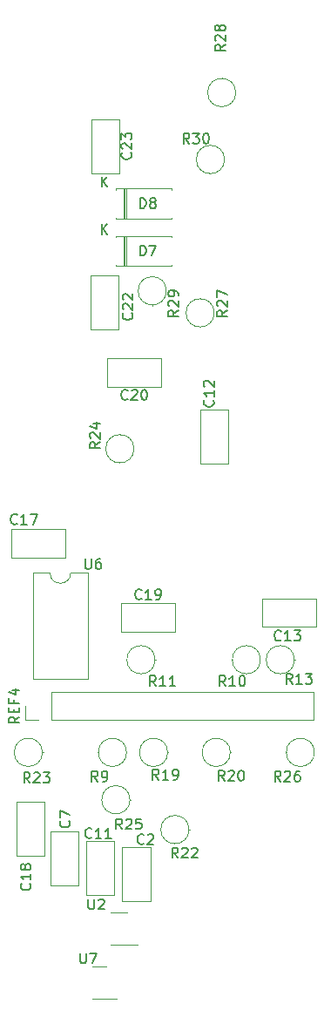
<source format=gbr>
%TF.GenerationSoftware,KiCad,Pcbnew,(6.0.7)*%
%TF.CreationDate,2023-02-07T22:21:13+09:00*%
%TF.ProjectId,scoppy_main,73636f70-7079-45f6-9d61-696e2e6b6963,rev?*%
%TF.SameCoordinates,Original*%
%TF.FileFunction,Legend,Top*%
%TF.FilePolarity,Positive*%
%FSLAX46Y46*%
G04 Gerber Fmt 4.6, Leading zero omitted, Abs format (unit mm)*
G04 Created by KiCad (PCBNEW (6.0.7)) date 2023-02-07 22:21:13*
%MOMM*%
%LPD*%
G01*
G04 APERTURE LIST*
%ADD10C,0.150000*%
%ADD11C,0.120000*%
G04 APERTURE END LIST*
D10*
%TO.C,C22*%
X169757142Y-93242857D02*
X169804761Y-93290476D01*
X169852380Y-93433333D01*
X169852380Y-93528571D01*
X169804761Y-93671428D01*
X169709523Y-93766666D01*
X169614285Y-93814285D01*
X169423809Y-93861904D01*
X169280952Y-93861904D01*
X169090476Y-93814285D01*
X168995238Y-93766666D01*
X168900000Y-93671428D01*
X168852380Y-93528571D01*
X168852380Y-93433333D01*
X168900000Y-93290476D01*
X168947619Y-93242857D01*
X168947619Y-92861904D02*
X168900000Y-92814285D01*
X168852380Y-92719047D01*
X168852380Y-92480952D01*
X168900000Y-92385714D01*
X168947619Y-92338095D01*
X169042857Y-92290476D01*
X169138095Y-92290476D01*
X169280952Y-92338095D01*
X169852380Y-92909523D01*
X169852380Y-92290476D01*
X168947619Y-91909523D02*
X168900000Y-91861904D01*
X168852380Y-91766666D01*
X168852380Y-91528571D01*
X168900000Y-91433333D01*
X168947619Y-91385714D01*
X169042857Y-91338095D01*
X169138095Y-91338095D01*
X169280952Y-91385714D01*
X169852380Y-91957142D01*
X169852380Y-91338095D01*
%TO.C,U2*%
X165538095Y-150152380D02*
X165538095Y-150961904D01*
X165585714Y-151057142D01*
X165633333Y-151104761D01*
X165728571Y-151152380D01*
X165919047Y-151152380D01*
X166014285Y-151104761D01*
X166061904Y-151057142D01*
X166109523Y-150961904D01*
X166109523Y-150152380D01*
X166538095Y-150247619D02*
X166585714Y-150200000D01*
X166680952Y-150152380D01*
X166919047Y-150152380D01*
X167014285Y-150200000D01*
X167061904Y-150247619D01*
X167109523Y-150342857D01*
X167109523Y-150438095D01*
X167061904Y-150580952D01*
X166490476Y-151152380D01*
X167109523Y-151152380D01*
%TO.C,C19*%
X170707142Y-120957142D02*
X170659523Y-121004761D01*
X170516666Y-121052380D01*
X170421428Y-121052380D01*
X170278571Y-121004761D01*
X170183333Y-120909523D01*
X170135714Y-120814285D01*
X170088095Y-120623809D01*
X170088095Y-120480952D01*
X170135714Y-120290476D01*
X170183333Y-120195238D01*
X170278571Y-120100000D01*
X170421428Y-120052380D01*
X170516666Y-120052380D01*
X170659523Y-120100000D01*
X170707142Y-120147619D01*
X171659523Y-121052380D02*
X171088095Y-121052380D01*
X171373809Y-121052380D02*
X171373809Y-120052380D01*
X171278571Y-120195238D01*
X171183333Y-120290476D01*
X171088095Y-120338095D01*
X172135714Y-121052380D02*
X172326190Y-121052380D01*
X172421428Y-121004761D01*
X172469047Y-120957142D01*
X172564285Y-120814285D01*
X172611904Y-120623809D01*
X172611904Y-120242857D01*
X172564285Y-120147619D01*
X172516666Y-120100000D01*
X172421428Y-120052380D01*
X172230952Y-120052380D01*
X172135714Y-120100000D01*
X172088095Y-120147619D01*
X172040476Y-120242857D01*
X172040476Y-120480952D01*
X172088095Y-120576190D01*
X172135714Y-120623809D01*
X172230952Y-120671428D01*
X172421428Y-120671428D01*
X172516666Y-120623809D01*
X172564285Y-120576190D01*
X172611904Y-120480952D01*
%TO.C,C2*%
X170933333Y-144757142D02*
X170885714Y-144804761D01*
X170742857Y-144852380D01*
X170647619Y-144852380D01*
X170504761Y-144804761D01*
X170409523Y-144709523D01*
X170361904Y-144614285D01*
X170314285Y-144423809D01*
X170314285Y-144280952D01*
X170361904Y-144090476D01*
X170409523Y-143995238D01*
X170504761Y-143900000D01*
X170647619Y-143852380D01*
X170742857Y-143852380D01*
X170885714Y-143900000D01*
X170933333Y-143947619D01*
X171314285Y-143947619D02*
X171361904Y-143900000D01*
X171457142Y-143852380D01*
X171695238Y-143852380D01*
X171790476Y-143900000D01*
X171838095Y-143947619D01*
X171885714Y-144042857D01*
X171885714Y-144138095D01*
X171838095Y-144280952D01*
X171266666Y-144852380D01*
X171885714Y-144852380D01*
%TO.C,D7*%
X170561904Y-87652380D02*
X170561904Y-86652380D01*
X170800000Y-86652380D01*
X170942857Y-86700000D01*
X171038095Y-86795238D01*
X171085714Y-86890476D01*
X171133333Y-87080952D01*
X171133333Y-87223809D01*
X171085714Y-87414285D01*
X171038095Y-87509523D01*
X170942857Y-87604761D01*
X170800000Y-87652380D01*
X170561904Y-87652380D01*
X171466666Y-86652380D02*
X172133333Y-86652380D01*
X171704761Y-87652380D01*
X166818095Y-85552380D02*
X166818095Y-84552380D01*
X167389523Y-85552380D02*
X166960952Y-84980952D01*
X167389523Y-84552380D02*
X166818095Y-85123809D01*
%TO.C,R22*%
X174257142Y-146152380D02*
X173923809Y-145676190D01*
X173685714Y-146152380D02*
X173685714Y-145152380D01*
X174066666Y-145152380D01*
X174161904Y-145200000D01*
X174209523Y-145247619D01*
X174257142Y-145342857D01*
X174257142Y-145485714D01*
X174209523Y-145580952D01*
X174161904Y-145628571D01*
X174066666Y-145676190D01*
X173685714Y-145676190D01*
X174638095Y-145247619D02*
X174685714Y-145200000D01*
X174780952Y-145152380D01*
X175019047Y-145152380D01*
X175114285Y-145200000D01*
X175161904Y-145247619D01*
X175209523Y-145342857D01*
X175209523Y-145438095D01*
X175161904Y-145580952D01*
X174590476Y-146152380D01*
X175209523Y-146152380D01*
X175590476Y-145247619D02*
X175638095Y-145200000D01*
X175733333Y-145152380D01*
X175971428Y-145152380D01*
X176066666Y-145200000D01*
X176114285Y-145247619D01*
X176161904Y-145342857D01*
X176161904Y-145438095D01*
X176114285Y-145580952D01*
X175542857Y-146152380D01*
X176161904Y-146152380D01*
%TO.C,R29*%
X174302380Y-92942857D02*
X173826190Y-93276190D01*
X174302380Y-93514285D02*
X173302380Y-93514285D01*
X173302380Y-93133333D01*
X173350000Y-93038095D01*
X173397619Y-92990476D01*
X173492857Y-92942857D01*
X173635714Y-92942857D01*
X173730952Y-92990476D01*
X173778571Y-93038095D01*
X173826190Y-93133333D01*
X173826190Y-93514285D01*
X173397619Y-92561904D02*
X173350000Y-92514285D01*
X173302380Y-92419047D01*
X173302380Y-92180952D01*
X173350000Y-92085714D01*
X173397619Y-92038095D01*
X173492857Y-91990476D01*
X173588095Y-91990476D01*
X173730952Y-92038095D01*
X174302380Y-92609523D01*
X174302380Y-91990476D01*
X174302380Y-91514285D02*
X174302380Y-91323809D01*
X174254761Y-91228571D01*
X174207142Y-91180952D01*
X174064285Y-91085714D01*
X173873809Y-91038095D01*
X173492857Y-91038095D01*
X173397619Y-91085714D01*
X173350000Y-91133333D01*
X173302380Y-91228571D01*
X173302380Y-91419047D01*
X173350000Y-91514285D01*
X173397619Y-91561904D01*
X173492857Y-91609523D01*
X173730952Y-91609523D01*
X173826190Y-91561904D01*
X173873809Y-91514285D01*
X173921428Y-91419047D01*
X173921428Y-91228571D01*
X173873809Y-91133333D01*
X173826190Y-91085714D01*
X173730952Y-91038095D01*
%TO.C,R28*%
X178852380Y-67142857D02*
X178376190Y-67476190D01*
X178852380Y-67714285D02*
X177852380Y-67714285D01*
X177852380Y-67333333D01*
X177900000Y-67238095D01*
X177947619Y-67190476D01*
X178042857Y-67142857D01*
X178185714Y-67142857D01*
X178280952Y-67190476D01*
X178328571Y-67238095D01*
X178376190Y-67333333D01*
X178376190Y-67714285D01*
X177947619Y-66761904D02*
X177900000Y-66714285D01*
X177852380Y-66619047D01*
X177852380Y-66380952D01*
X177900000Y-66285714D01*
X177947619Y-66238095D01*
X178042857Y-66190476D01*
X178138095Y-66190476D01*
X178280952Y-66238095D01*
X178852380Y-66809523D01*
X178852380Y-66190476D01*
X178280952Y-65619047D02*
X178233333Y-65714285D01*
X178185714Y-65761904D01*
X178090476Y-65809523D01*
X178042857Y-65809523D01*
X177947619Y-65761904D01*
X177900000Y-65714285D01*
X177852380Y-65619047D01*
X177852380Y-65428571D01*
X177900000Y-65333333D01*
X177947619Y-65285714D01*
X178042857Y-65238095D01*
X178090476Y-65238095D01*
X178185714Y-65285714D01*
X178233333Y-65333333D01*
X178280952Y-65428571D01*
X178280952Y-65619047D01*
X178328571Y-65714285D01*
X178376190Y-65761904D01*
X178471428Y-65809523D01*
X178661904Y-65809523D01*
X178757142Y-65761904D01*
X178804761Y-65714285D01*
X178852380Y-65619047D01*
X178852380Y-65428571D01*
X178804761Y-65333333D01*
X178757142Y-65285714D01*
X178661904Y-65238095D01*
X178471428Y-65238095D01*
X178376190Y-65285714D01*
X178328571Y-65333333D01*
X178280952Y-65428571D01*
%TO.C,REF4*%
X158822380Y-132447619D02*
X158346190Y-132780952D01*
X158822380Y-133019047D02*
X157822380Y-133019047D01*
X157822380Y-132638095D01*
X157870000Y-132542857D01*
X157917619Y-132495238D01*
X158012857Y-132447619D01*
X158155714Y-132447619D01*
X158250952Y-132495238D01*
X158298571Y-132542857D01*
X158346190Y-132638095D01*
X158346190Y-133019047D01*
X158298571Y-132019047D02*
X158298571Y-131685714D01*
X158822380Y-131542857D02*
X158822380Y-132019047D01*
X157822380Y-132019047D01*
X157822380Y-131542857D01*
X158298571Y-130780952D02*
X158298571Y-131114285D01*
X158822380Y-131114285D02*
X157822380Y-131114285D01*
X157822380Y-130638095D01*
X158155714Y-129828571D02*
X158822380Y-129828571D01*
X157774761Y-130066666D02*
X158489047Y-130304761D01*
X158489047Y-129685714D01*
%TO.C,C12*%
X177657142Y-101692857D02*
X177704761Y-101740476D01*
X177752380Y-101883333D01*
X177752380Y-101978571D01*
X177704761Y-102121428D01*
X177609523Y-102216666D01*
X177514285Y-102264285D01*
X177323809Y-102311904D01*
X177180952Y-102311904D01*
X176990476Y-102264285D01*
X176895238Y-102216666D01*
X176800000Y-102121428D01*
X176752380Y-101978571D01*
X176752380Y-101883333D01*
X176800000Y-101740476D01*
X176847619Y-101692857D01*
X177752380Y-100740476D02*
X177752380Y-101311904D01*
X177752380Y-101026190D02*
X176752380Y-101026190D01*
X176895238Y-101121428D01*
X176990476Y-101216666D01*
X177038095Y-101311904D01*
X176847619Y-100359523D02*
X176800000Y-100311904D01*
X176752380Y-100216666D01*
X176752380Y-99978571D01*
X176800000Y-99883333D01*
X176847619Y-99835714D01*
X176942857Y-99788095D01*
X177038095Y-99788095D01*
X177180952Y-99835714D01*
X177752380Y-100407142D01*
X177752380Y-99788095D01*
%TO.C,C13*%
X184257142Y-124957142D02*
X184209523Y-125004761D01*
X184066666Y-125052380D01*
X183971428Y-125052380D01*
X183828571Y-125004761D01*
X183733333Y-124909523D01*
X183685714Y-124814285D01*
X183638095Y-124623809D01*
X183638095Y-124480952D01*
X183685714Y-124290476D01*
X183733333Y-124195238D01*
X183828571Y-124100000D01*
X183971428Y-124052380D01*
X184066666Y-124052380D01*
X184209523Y-124100000D01*
X184257142Y-124147619D01*
X185209523Y-125052380D02*
X184638095Y-125052380D01*
X184923809Y-125052380D02*
X184923809Y-124052380D01*
X184828571Y-124195238D01*
X184733333Y-124290476D01*
X184638095Y-124338095D01*
X185542857Y-124052380D02*
X186161904Y-124052380D01*
X185828571Y-124433333D01*
X185971428Y-124433333D01*
X186066666Y-124480952D01*
X186114285Y-124528571D01*
X186161904Y-124623809D01*
X186161904Y-124861904D01*
X186114285Y-124957142D01*
X186066666Y-125004761D01*
X185971428Y-125052380D01*
X185685714Y-125052380D01*
X185590476Y-125004761D01*
X185542857Y-124957142D01*
%TO.C,R10*%
X178863810Y-129452380D02*
X178530477Y-128976190D01*
X178292382Y-129452380D02*
X178292382Y-128452380D01*
X178673334Y-128452380D01*
X178768572Y-128500000D01*
X178816191Y-128547619D01*
X178863810Y-128642857D01*
X178863810Y-128785714D01*
X178816191Y-128880952D01*
X178768572Y-128928571D01*
X178673334Y-128976190D01*
X178292382Y-128976190D01*
X179816191Y-129452380D02*
X179244763Y-129452380D01*
X179530477Y-129452380D02*
X179530477Y-128452380D01*
X179435239Y-128595238D01*
X179340001Y-128690476D01*
X179244763Y-128738095D01*
X180435239Y-128452380D02*
X180530477Y-128452380D01*
X180625715Y-128500000D01*
X180673334Y-128547619D01*
X180720953Y-128642857D01*
X180768572Y-128833333D01*
X180768572Y-129071428D01*
X180720953Y-129261904D01*
X180673334Y-129357142D01*
X180625715Y-129404761D01*
X180530477Y-129452380D01*
X180435239Y-129452380D01*
X180340001Y-129404761D01*
X180292382Y-129357142D01*
X180244763Y-129261904D01*
X180197144Y-129071428D01*
X180197144Y-128833333D01*
X180244763Y-128642857D01*
X180292382Y-128547619D01*
X180340001Y-128500000D01*
X180435239Y-128452380D01*
%TO.C,C20*%
X169357142Y-101557142D02*
X169309523Y-101604761D01*
X169166666Y-101652380D01*
X169071428Y-101652380D01*
X168928571Y-101604761D01*
X168833333Y-101509523D01*
X168785714Y-101414285D01*
X168738095Y-101223809D01*
X168738095Y-101080952D01*
X168785714Y-100890476D01*
X168833333Y-100795238D01*
X168928571Y-100700000D01*
X169071428Y-100652380D01*
X169166666Y-100652380D01*
X169309523Y-100700000D01*
X169357142Y-100747619D01*
X169738095Y-100747619D02*
X169785714Y-100700000D01*
X169880952Y-100652380D01*
X170119047Y-100652380D01*
X170214285Y-100700000D01*
X170261904Y-100747619D01*
X170309523Y-100842857D01*
X170309523Y-100938095D01*
X170261904Y-101080952D01*
X169690476Y-101652380D01*
X170309523Y-101652380D01*
X170928571Y-100652380D02*
X171023809Y-100652380D01*
X171119047Y-100700000D01*
X171166666Y-100747619D01*
X171214285Y-100842857D01*
X171261904Y-101033333D01*
X171261904Y-101271428D01*
X171214285Y-101461904D01*
X171166666Y-101557142D01*
X171119047Y-101604761D01*
X171023809Y-101652380D01*
X170928571Y-101652380D01*
X170833333Y-101604761D01*
X170785714Y-101557142D01*
X170738095Y-101461904D01*
X170690476Y-101271428D01*
X170690476Y-101033333D01*
X170738095Y-100842857D01*
X170785714Y-100747619D01*
X170833333Y-100700000D01*
X170928571Y-100652380D01*
%TO.C,R19*%
X172374642Y-138552380D02*
X172041309Y-138076190D01*
X171803214Y-138552380D02*
X171803214Y-137552380D01*
X172184166Y-137552380D01*
X172279404Y-137600000D01*
X172327023Y-137647619D01*
X172374642Y-137742857D01*
X172374642Y-137885714D01*
X172327023Y-137980952D01*
X172279404Y-138028571D01*
X172184166Y-138076190D01*
X171803214Y-138076190D01*
X173327023Y-138552380D02*
X172755595Y-138552380D01*
X173041309Y-138552380D02*
X173041309Y-137552380D01*
X172946071Y-137695238D01*
X172850833Y-137790476D01*
X172755595Y-137838095D01*
X173803214Y-138552380D02*
X173993690Y-138552380D01*
X174088928Y-138504761D01*
X174136547Y-138457142D01*
X174231785Y-138314285D01*
X174279404Y-138123809D01*
X174279404Y-137742857D01*
X174231785Y-137647619D01*
X174184166Y-137600000D01*
X174088928Y-137552380D01*
X173898452Y-137552380D01*
X173803214Y-137600000D01*
X173755595Y-137647619D01*
X173707976Y-137742857D01*
X173707976Y-137980952D01*
X173755595Y-138076190D01*
X173803214Y-138123809D01*
X173898452Y-138171428D01*
X174088928Y-138171428D01*
X174184166Y-138123809D01*
X174231785Y-138076190D01*
X174279404Y-137980952D01*
%TO.C,C18*%
X159857142Y-148642857D02*
X159904761Y-148690476D01*
X159952380Y-148833333D01*
X159952380Y-148928571D01*
X159904761Y-149071428D01*
X159809523Y-149166666D01*
X159714285Y-149214285D01*
X159523809Y-149261904D01*
X159380952Y-149261904D01*
X159190476Y-149214285D01*
X159095238Y-149166666D01*
X159000000Y-149071428D01*
X158952380Y-148928571D01*
X158952380Y-148833333D01*
X159000000Y-148690476D01*
X159047619Y-148642857D01*
X159952380Y-147690476D02*
X159952380Y-148261904D01*
X159952380Y-147976190D02*
X158952380Y-147976190D01*
X159095238Y-148071428D01*
X159190476Y-148166666D01*
X159238095Y-148261904D01*
X159380952Y-147119047D02*
X159333333Y-147214285D01*
X159285714Y-147261904D01*
X159190476Y-147309523D01*
X159142857Y-147309523D01*
X159047619Y-147261904D01*
X159000000Y-147214285D01*
X158952380Y-147119047D01*
X158952380Y-146928571D01*
X159000000Y-146833333D01*
X159047619Y-146785714D01*
X159142857Y-146738095D01*
X159190476Y-146738095D01*
X159285714Y-146785714D01*
X159333333Y-146833333D01*
X159380952Y-146928571D01*
X159380952Y-147119047D01*
X159428571Y-147214285D01*
X159476190Y-147261904D01*
X159571428Y-147309523D01*
X159761904Y-147309523D01*
X159857142Y-147261904D01*
X159904761Y-147214285D01*
X159952380Y-147119047D01*
X159952380Y-146928571D01*
X159904761Y-146833333D01*
X159857142Y-146785714D01*
X159761904Y-146738095D01*
X159571428Y-146738095D01*
X159476190Y-146785714D01*
X159428571Y-146833333D01*
X159380952Y-146928571D01*
%TO.C,R13*%
X185357142Y-129252380D02*
X185023809Y-128776190D01*
X184785714Y-129252380D02*
X184785714Y-128252380D01*
X185166666Y-128252380D01*
X185261904Y-128300000D01*
X185309523Y-128347619D01*
X185357142Y-128442857D01*
X185357142Y-128585714D01*
X185309523Y-128680952D01*
X185261904Y-128728571D01*
X185166666Y-128776190D01*
X184785714Y-128776190D01*
X186309523Y-129252380D02*
X185738095Y-129252380D01*
X186023809Y-129252380D02*
X186023809Y-128252380D01*
X185928571Y-128395238D01*
X185833333Y-128490476D01*
X185738095Y-128538095D01*
X186642857Y-128252380D02*
X187261904Y-128252380D01*
X186928571Y-128633333D01*
X187071428Y-128633333D01*
X187166666Y-128680952D01*
X187214285Y-128728571D01*
X187261904Y-128823809D01*
X187261904Y-129061904D01*
X187214285Y-129157142D01*
X187166666Y-129204761D01*
X187071428Y-129252380D01*
X186785714Y-129252380D01*
X186690476Y-129204761D01*
X186642857Y-129157142D01*
%TO.C,C7*%
X163657142Y-142566666D02*
X163704761Y-142614285D01*
X163752380Y-142757142D01*
X163752380Y-142852380D01*
X163704761Y-142995238D01*
X163609523Y-143090476D01*
X163514285Y-143138095D01*
X163323809Y-143185714D01*
X163180952Y-143185714D01*
X162990476Y-143138095D01*
X162895238Y-143090476D01*
X162800000Y-142995238D01*
X162752380Y-142852380D01*
X162752380Y-142757142D01*
X162800000Y-142614285D01*
X162847619Y-142566666D01*
X162752380Y-142233333D02*
X162752380Y-141566666D01*
X163752380Y-141995238D01*
%TO.C,C23*%
X169657142Y-77642857D02*
X169704761Y-77690476D01*
X169752380Y-77833333D01*
X169752380Y-77928571D01*
X169704761Y-78071428D01*
X169609523Y-78166666D01*
X169514285Y-78214285D01*
X169323809Y-78261904D01*
X169180952Y-78261904D01*
X168990476Y-78214285D01*
X168895238Y-78166666D01*
X168800000Y-78071428D01*
X168752380Y-77928571D01*
X168752380Y-77833333D01*
X168800000Y-77690476D01*
X168847619Y-77642857D01*
X168847619Y-77261904D02*
X168800000Y-77214285D01*
X168752380Y-77119047D01*
X168752380Y-76880952D01*
X168800000Y-76785714D01*
X168847619Y-76738095D01*
X168942857Y-76690476D01*
X169038095Y-76690476D01*
X169180952Y-76738095D01*
X169752380Y-77309523D01*
X169752380Y-76690476D01*
X168752380Y-76357142D02*
X168752380Y-75738095D01*
X169133333Y-76071428D01*
X169133333Y-75928571D01*
X169180952Y-75833333D01*
X169228571Y-75785714D01*
X169323809Y-75738095D01*
X169561904Y-75738095D01*
X169657142Y-75785714D01*
X169704761Y-75833333D01*
X169752380Y-75928571D01*
X169752380Y-76214285D01*
X169704761Y-76309523D01*
X169657142Y-76357142D01*
%TO.C,U6*%
X165238095Y-117072380D02*
X165238095Y-117881904D01*
X165285714Y-117977142D01*
X165333333Y-118024761D01*
X165428571Y-118072380D01*
X165619047Y-118072380D01*
X165714285Y-118024761D01*
X165761904Y-117977142D01*
X165809523Y-117881904D01*
X165809523Y-117072380D01*
X166714285Y-117072380D02*
X166523809Y-117072380D01*
X166428571Y-117120000D01*
X166380952Y-117167619D01*
X166285714Y-117310476D01*
X166238095Y-117500952D01*
X166238095Y-117881904D01*
X166285714Y-117977142D01*
X166333333Y-118024761D01*
X166428571Y-118072380D01*
X166619047Y-118072380D01*
X166714285Y-118024761D01*
X166761904Y-117977142D01*
X166809523Y-117881904D01*
X166809523Y-117643809D01*
X166761904Y-117548571D01*
X166714285Y-117500952D01*
X166619047Y-117453333D01*
X166428571Y-117453333D01*
X166333333Y-117500952D01*
X166285714Y-117548571D01*
X166238095Y-117643809D01*
%TO.C,U7*%
X164738095Y-155402380D02*
X164738095Y-156211904D01*
X164785714Y-156307142D01*
X164833333Y-156354761D01*
X164928571Y-156402380D01*
X165119047Y-156402380D01*
X165214285Y-156354761D01*
X165261904Y-156307142D01*
X165309523Y-156211904D01*
X165309523Y-155402380D01*
X165690476Y-155402380D02*
X166357142Y-155402380D01*
X165928571Y-156402380D01*
%TO.C,C11*%
X165857142Y-144157142D02*
X165809523Y-144204761D01*
X165666666Y-144252380D01*
X165571428Y-144252380D01*
X165428571Y-144204761D01*
X165333333Y-144109523D01*
X165285714Y-144014285D01*
X165238095Y-143823809D01*
X165238095Y-143680952D01*
X165285714Y-143490476D01*
X165333333Y-143395238D01*
X165428571Y-143300000D01*
X165571428Y-143252380D01*
X165666666Y-143252380D01*
X165809523Y-143300000D01*
X165857142Y-143347619D01*
X166809523Y-144252380D02*
X166238095Y-144252380D01*
X166523809Y-144252380D02*
X166523809Y-143252380D01*
X166428571Y-143395238D01*
X166333333Y-143490476D01*
X166238095Y-143538095D01*
X167761904Y-144252380D02*
X167190476Y-144252380D01*
X167476190Y-144252380D02*
X167476190Y-143252380D01*
X167380952Y-143395238D01*
X167285714Y-143490476D01*
X167190476Y-143538095D01*
%TO.C,C17*%
X158607142Y-113657142D02*
X158559523Y-113704761D01*
X158416666Y-113752380D01*
X158321428Y-113752380D01*
X158178571Y-113704761D01*
X158083333Y-113609523D01*
X158035714Y-113514285D01*
X157988095Y-113323809D01*
X157988095Y-113180952D01*
X158035714Y-112990476D01*
X158083333Y-112895238D01*
X158178571Y-112800000D01*
X158321428Y-112752380D01*
X158416666Y-112752380D01*
X158559523Y-112800000D01*
X158607142Y-112847619D01*
X159559523Y-113752380D02*
X158988095Y-113752380D01*
X159273809Y-113752380D02*
X159273809Y-112752380D01*
X159178571Y-112895238D01*
X159083333Y-112990476D01*
X158988095Y-113038095D01*
X159892857Y-112752380D02*
X160559523Y-112752380D01*
X160130952Y-113752380D01*
%TO.C,R24*%
X166682380Y-105772857D02*
X166206190Y-106106190D01*
X166682380Y-106344285D02*
X165682380Y-106344285D01*
X165682380Y-105963333D01*
X165730000Y-105868095D01*
X165777619Y-105820476D01*
X165872857Y-105772857D01*
X166015714Y-105772857D01*
X166110952Y-105820476D01*
X166158571Y-105868095D01*
X166206190Y-105963333D01*
X166206190Y-106344285D01*
X165777619Y-105391904D02*
X165730000Y-105344285D01*
X165682380Y-105249047D01*
X165682380Y-105010952D01*
X165730000Y-104915714D01*
X165777619Y-104868095D01*
X165872857Y-104820476D01*
X165968095Y-104820476D01*
X166110952Y-104868095D01*
X166682380Y-105439523D01*
X166682380Y-104820476D01*
X166015714Y-103963333D02*
X166682380Y-103963333D01*
X165634761Y-104201428D02*
X166349047Y-104439523D01*
X166349047Y-103820476D01*
%TO.C,D8*%
X170561904Y-83052380D02*
X170561904Y-82052380D01*
X170800000Y-82052380D01*
X170942857Y-82100000D01*
X171038095Y-82195238D01*
X171085714Y-82290476D01*
X171133333Y-82480952D01*
X171133333Y-82623809D01*
X171085714Y-82814285D01*
X171038095Y-82909523D01*
X170942857Y-83004761D01*
X170800000Y-83052380D01*
X170561904Y-83052380D01*
X171704761Y-82480952D02*
X171609523Y-82433333D01*
X171561904Y-82385714D01*
X171514285Y-82290476D01*
X171514285Y-82242857D01*
X171561904Y-82147619D01*
X171609523Y-82100000D01*
X171704761Y-82052380D01*
X171895238Y-82052380D01*
X171990476Y-82100000D01*
X172038095Y-82147619D01*
X172085714Y-82242857D01*
X172085714Y-82290476D01*
X172038095Y-82385714D01*
X171990476Y-82433333D01*
X171895238Y-82480952D01*
X171704761Y-82480952D01*
X171609523Y-82528571D01*
X171561904Y-82576190D01*
X171514285Y-82671428D01*
X171514285Y-82861904D01*
X171561904Y-82957142D01*
X171609523Y-83004761D01*
X171704761Y-83052380D01*
X171895238Y-83052380D01*
X171990476Y-83004761D01*
X172038095Y-82957142D01*
X172085714Y-82861904D01*
X172085714Y-82671428D01*
X172038095Y-82576190D01*
X171990476Y-82528571D01*
X171895238Y-82480952D01*
X166828095Y-80952380D02*
X166828095Y-79952380D01*
X167399523Y-80952380D02*
X166970952Y-80380952D01*
X167399523Y-79952380D02*
X166828095Y-80523809D01*
%TO.C,R27*%
X179052380Y-92942857D02*
X178576190Y-93276190D01*
X179052380Y-93514285D02*
X178052380Y-93514285D01*
X178052380Y-93133333D01*
X178100000Y-93038095D01*
X178147619Y-92990476D01*
X178242857Y-92942857D01*
X178385714Y-92942857D01*
X178480952Y-92990476D01*
X178528571Y-93038095D01*
X178576190Y-93133333D01*
X178576190Y-93514285D01*
X178147619Y-92561904D02*
X178100000Y-92514285D01*
X178052380Y-92419047D01*
X178052380Y-92180952D01*
X178100000Y-92085714D01*
X178147619Y-92038095D01*
X178242857Y-91990476D01*
X178338095Y-91990476D01*
X178480952Y-92038095D01*
X179052380Y-92609523D01*
X179052380Y-91990476D01*
X178052380Y-91657142D02*
X178052380Y-90990476D01*
X179052380Y-91419047D01*
%TO.C,R11*%
X172100476Y-129452380D02*
X171767143Y-128976190D01*
X171529048Y-129452380D02*
X171529048Y-128452380D01*
X171910000Y-128452380D01*
X172005238Y-128500000D01*
X172052857Y-128547619D01*
X172100476Y-128642857D01*
X172100476Y-128785714D01*
X172052857Y-128880952D01*
X172005238Y-128928571D01*
X171910000Y-128976190D01*
X171529048Y-128976190D01*
X173052857Y-129452380D02*
X172481429Y-129452380D01*
X172767143Y-129452380D02*
X172767143Y-128452380D01*
X172671905Y-128595238D01*
X172576667Y-128690476D01*
X172481429Y-128738095D01*
X174005238Y-129452380D02*
X173433810Y-129452380D01*
X173719524Y-129452380D02*
X173719524Y-128452380D01*
X173624286Y-128595238D01*
X173529048Y-128690476D01*
X173433810Y-128738095D01*
%TO.C,R23*%
X159857142Y-138852380D02*
X159523809Y-138376190D01*
X159285714Y-138852380D02*
X159285714Y-137852380D01*
X159666666Y-137852380D01*
X159761904Y-137900000D01*
X159809523Y-137947619D01*
X159857142Y-138042857D01*
X159857142Y-138185714D01*
X159809523Y-138280952D01*
X159761904Y-138328571D01*
X159666666Y-138376190D01*
X159285714Y-138376190D01*
X160238095Y-137947619D02*
X160285714Y-137900000D01*
X160380952Y-137852380D01*
X160619047Y-137852380D01*
X160714285Y-137900000D01*
X160761904Y-137947619D01*
X160809523Y-138042857D01*
X160809523Y-138138095D01*
X160761904Y-138280952D01*
X160190476Y-138852380D01*
X160809523Y-138852380D01*
X161142857Y-137852380D02*
X161761904Y-137852380D01*
X161428571Y-138233333D01*
X161571428Y-138233333D01*
X161666666Y-138280952D01*
X161714285Y-138328571D01*
X161761904Y-138423809D01*
X161761904Y-138661904D01*
X161714285Y-138757142D01*
X161666666Y-138804761D01*
X161571428Y-138852380D01*
X161285714Y-138852380D01*
X161190476Y-138804761D01*
X161142857Y-138757142D01*
%TO.C,R30*%
X175357142Y-76752380D02*
X175023809Y-76276190D01*
X174785714Y-76752380D02*
X174785714Y-75752380D01*
X175166666Y-75752380D01*
X175261904Y-75800000D01*
X175309523Y-75847619D01*
X175357142Y-75942857D01*
X175357142Y-76085714D01*
X175309523Y-76180952D01*
X175261904Y-76228571D01*
X175166666Y-76276190D01*
X174785714Y-76276190D01*
X175690476Y-75752380D02*
X176309523Y-75752380D01*
X175976190Y-76133333D01*
X176119047Y-76133333D01*
X176214285Y-76180952D01*
X176261904Y-76228571D01*
X176309523Y-76323809D01*
X176309523Y-76561904D01*
X176261904Y-76657142D01*
X176214285Y-76704761D01*
X176119047Y-76752380D01*
X175833333Y-76752380D01*
X175738095Y-76704761D01*
X175690476Y-76657142D01*
X176928571Y-75752380D02*
X177023809Y-75752380D01*
X177119047Y-75800000D01*
X177166666Y-75847619D01*
X177214285Y-75942857D01*
X177261904Y-76133333D01*
X177261904Y-76371428D01*
X177214285Y-76561904D01*
X177166666Y-76657142D01*
X177119047Y-76704761D01*
X177023809Y-76752380D01*
X176928571Y-76752380D01*
X176833333Y-76704761D01*
X176785714Y-76657142D01*
X176738095Y-76561904D01*
X176690476Y-76371428D01*
X176690476Y-76133333D01*
X176738095Y-75942857D01*
X176785714Y-75847619D01*
X176833333Y-75800000D01*
X176928571Y-75752380D01*
%TO.C,R20*%
X178768442Y-138652380D02*
X178435109Y-138176190D01*
X178197014Y-138652380D02*
X178197014Y-137652380D01*
X178577966Y-137652380D01*
X178673204Y-137700000D01*
X178720823Y-137747619D01*
X178768442Y-137842857D01*
X178768442Y-137985714D01*
X178720823Y-138080952D01*
X178673204Y-138128571D01*
X178577966Y-138176190D01*
X178197014Y-138176190D01*
X179149395Y-137747619D02*
X179197014Y-137700000D01*
X179292252Y-137652380D01*
X179530347Y-137652380D01*
X179625585Y-137700000D01*
X179673204Y-137747619D01*
X179720823Y-137842857D01*
X179720823Y-137938095D01*
X179673204Y-138080952D01*
X179101776Y-138652380D01*
X179720823Y-138652380D01*
X180339871Y-137652380D02*
X180435109Y-137652380D01*
X180530347Y-137700000D01*
X180577966Y-137747619D01*
X180625585Y-137842857D01*
X180673204Y-138033333D01*
X180673204Y-138271428D01*
X180625585Y-138461904D01*
X180577966Y-138557142D01*
X180530347Y-138604761D01*
X180435109Y-138652380D01*
X180339871Y-138652380D01*
X180244633Y-138604761D01*
X180197014Y-138557142D01*
X180149395Y-138461904D01*
X180101776Y-138271428D01*
X180101776Y-138033333D01*
X180149395Y-137842857D01*
X180197014Y-137747619D01*
X180244633Y-137700000D01*
X180339871Y-137652380D01*
%TO.C,R25*%
X168807142Y-143352380D02*
X168473809Y-142876190D01*
X168235714Y-143352380D02*
X168235714Y-142352380D01*
X168616666Y-142352380D01*
X168711904Y-142400000D01*
X168759523Y-142447619D01*
X168807142Y-142542857D01*
X168807142Y-142685714D01*
X168759523Y-142780952D01*
X168711904Y-142828571D01*
X168616666Y-142876190D01*
X168235714Y-142876190D01*
X169188095Y-142447619D02*
X169235714Y-142400000D01*
X169330952Y-142352380D01*
X169569047Y-142352380D01*
X169664285Y-142400000D01*
X169711904Y-142447619D01*
X169759523Y-142542857D01*
X169759523Y-142638095D01*
X169711904Y-142780952D01*
X169140476Y-143352380D01*
X169759523Y-143352380D01*
X170664285Y-142352380D02*
X170188095Y-142352380D01*
X170140476Y-142828571D01*
X170188095Y-142780952D01*
X170283333Y-142733333D01*
X170521428Y-142733333D01*
X170616666Y-142780952D01*
X170664285Y-142828571D01*
X170711904Y-142923809D01*
X170711904Y-143161904D01*
X170664285Y-143257142D01*
X170616666Y-143304761D01*
X170521428Y-143352380D01*
X170283333Y-143352380D01*
X170188095Y-143304761D01*
X170140476Y-143257142D01*
%TO.C,R9*%
X166442133Y-138722380D02*
X166108800Y-138246190D01*
X165870704Y-138722380D02*
X165870704Y-137722380D01*
X166251657Y-137722380D01*
X166346895Y-137770000D01*
X166394514Y-137817619D01*
X166442133Y-137912857D01*
X166442133Y-138055714D01*
X166394514Y-138150952D01*
X166346895Y-138198571D01*
X166251657Y-138246190D01*
X165870704Y-138246190D01*
X166918323Y-138722380D02*
X167108800Y-138722380D01*
X167204038Y-138674761D01*
X167251657Y-138627142D01*
X167346895Y-138484285D01*
X167394514Y-138293809D01*
X167394514Y-137912857D01*
X167346895Y-137817619D01*
X167299276Y-137770000D01*
X167204038Y-137722380D01*
X167013561Y-137722380D01*
X166918323Y-137770000D01*
X166870704Y-137817619D01*
X166823085Y-137912857D01*
X166823085Y-138150952D01*
X166870704Y-138246190D01*
X166918323Y-138293809D01*
X167013561Y-138341428D01*
X167204038Y-138341428D01*
X167299276Y-138293809D01*
X167346895Y-138246190D01*
X167394514Y-138150952D01*
%TO.C,R26*%
X184232142Y-138722380D02*
X183898809Y-138246190D01*
X183660714Y-138722380D02*
X183660714Y-137722380D01*
X184041666Y-137722380D01*
X184136904Y-137770000D01*
X184184523Y-137817619D01*
X184232142Y-137912857D01*
X184232142Y-138055714D01*
X184184523Y-138150952D01*
X184136904Y-138198571D01*
X184041666Y-138246190D01*
X183660714Y-138246190D01*
X184613095Y-137817619D02*
X184660714Y-137770000D01*
X184755952Y-137722380D01*
X184994047Y-137722380D01*
X185089285Y-137770000D01*
X185136904Y-137817619D01*
X185184523Y-137912857D01*
X185184523Y-138008095D01*
X185136904Y-138150952D01*
X184565476Y-138722380D01*
X185184523Y-138722380D01*
X186041666Y-137722380D02*
X185851190Y-137722380D01*
X185755952Y-137770000D01*
X185708333Y-137817619D01*
X185613095Y-137960476D01*
X185565476Y-138150952D01*
X185565476Y-138531904D01*
X185613095Y-138627142D01*
X185660714Y-138674761D01*
X185755952Y-138722380D01*
X185946428Y-138722380D01*
X186041666Y-138674761D01*
X186089285Y-138627142D01*
X186136904Y-138531904D01*
X186136904Y-138293809D01*
X186089285Y-138198571D01*
X186041666Y-138150952D01*
X185946428Y-138103333D01*
X185755952Y-138103333D01*
X185660714Y-138150952D01*
X185613095Y-138198571D01*
X185565476Y-138293809D01*
D11*
%TO.C,C22*%
X165730000Y-94770000D02*
X168470000Y-94770000D01*
X165730000Y-94770000D02*
X165730000Y-89530000D01*
X168470000Y-94770000D02*
X168470000Y-89530000D01*
X165730000Y-89530000D02*
X168470000Y-89530000D01*
%TO.C,U2*%
X168500000Y-151440000D02*
X169300000Y-151440000D01*
X168500000Y-151440000D02*
X167700000Y-151440000D01*
X168500000Y-154560000D02*
X167700000Y-154560000D01*
X168500000Y-154560000D02*
X170300000Y-154560000D01*
%TO.C,C19*%
X168730000Y-121430000D02*
X173970000Y-121430000D01*
X168730000Y-121430000D02*
X168730000Y-124170000D01*
X173970000Y-121430000D02*
X173970000Y-124170000D01*
X168730000Y-124170000D02*
X173970000Y-124170000D01*
%TO.C,C2*%
X171570000Y-150370000D02*
X171570000Y-145130000D01*
X168830000Y-150370000D02*
X168830000Y-145130000D01*
X168830000Y-150370000D02*
X171570000Y-150370000D01*
X168830000Y-145130000D02*
X171570000Y-145130000D01*
%TO.C,D7*%
X168170000Y-85730000D02*
X173610000Y-85730000D01*
X168170000Y-88540000D02*
X168170000Y-88670000D01*
X168170000Y-85860000D02*
X168170000Y-85730000D01*
X168950000Y-85730000D02*
X168950000Y-88670000D01*
X173610000Y-88670000D02*
X173610000Y-88540000D01*
X169070000Y-85730000D02*
X169070000Y-88670000D01*
X173610000Y-85730000D02*
X173610000Y-85860000D01*
X169190000Y-85730000D02*
X169190000Y-88670000D01*
X168170000Y-88670000D02*
X173610000Y-88670000D01*
%TO.C,R22*%
X175325000Y-143400000D02*
X175395000Y-143400000D01*
X175325000Y-143400000D02*
G75*
G03*
X175325000Y-143400000I-1370000J0D01*
G01*
%TO.C,R29*%
X171750000Y-92425000D02*
X171750000Y-92495000D01*
X173120000Y-91055000D02*
G75*
G03*
X173120000Y-91055000I-1370000J0D01*
G01*
%TO.C,R28*%
X178500000Y-70430000D02*
X178500000Y-70360000D01*
X179870000Y-71800000D02*
G75*
G03*
X179870000Y-71800000I-1370000J0D01*
G01*
%TO.C,REF4*%
X160700000Y-132730000D02*
X159370000Y-132730000D01*
X161970000Y-132730000D02*
X187430000Y-132730000D01*
X187430000Y-132730000D02*
X187430000Y-130070000D01*
X161970000Y-130070000D02*
X187430000Y-130070000D01*
X159370000Y-132730000D02*
X159370000Y-131400000D01*
X161970000Y-132730000D02*
X161970000Y-130070000D01*
%TO.C,C12*%
X179170000Y-107870000D02*
X179170000Y-102630000D01*
X176430000Y-102630000D02*
X179170000Y-102630000D01*
X176430000Y-107870000D02*
X179170000Y-107870000D01*
X176430000Y-107870000D02*
X176430000Y-102630000D01*
%TO.C,C13*%
X182430000Y-120930000D02*
X187670000Y-120930000D01*
X187670000Y-120930000D02*
X187670000Y-123670000D01*
X182430000Y-120930000D02*
X182430000Y-123670000D01*
X182430000Y-123670000D02*
X187670000Y-123670000D01*
%TO.C,R10*%
X179530000Y-126900000D02*
X179460000Y-126900000D01*
X182270000Y-126900000D02*
G75*
G03*
X182270000Y-126900000I-1370000J0D01*
G01*
%TO.C,C20*%
X172570000Y-97630000D02*
X172570000Y-100370000D01*
X167330000Y-97630000D02*
X167330000Y-100370000D01*
X167330000Y-100370000D02*
X172570000Y-100370000D01*
X167330000Y-97630000D02*
X172570000Y-97630000D01*
%TO.C,R19*%
X173247500Y-135900000D02*
X173317500Y-135900000D01*
X173247500Y-135900000D02*
G75*
G03*
X173247500Y-135900000I-1370000J0D01*
G01*
%TO.C,C18*%
X158530000Y-145970000D02*
X158530000Y-140730000D01*
X161270000Y-145970000D02*
X161270000Y-140730000D01*
X158530000Y-140730000D02*
X161270000Y-140730000D01*
X158530000Y-145970000D02*
X161270000Y-145970000D01*
%TO.C,R13*%
X185570000Y-126900000D02*
X185640000Y-126900000D01*
X185570000Y-126900000D02*
G75*
G03*
X185570000Y-126900000I-1370000J0D01*
G01*
%TO.C,C7*%
X161830000Y-143580000D02*
X164570000Y-143580000D01*
X161830000Y-148820000D02*
X161830000Y-143580000D01*
X164570000Y-148820000D02*
X164570000Y-143580000D01*
X161830000Y-148820000D02*
X164570000Y-148820000D01*
%TO.C,C23*%
X168570000Y-79620000D02*
X165830000Y-79620000D01*
X168570000Y-74380000D02*
X165830000Y-74380000D01*
X165830000Y-74380000D02*
X165830000Y-79620000D01*
X168570000Y-74380000D02*
X168570000Y-79620000D01*
%TO.C,U6*%
X165460000Y-128750000D02*
X165460000Y-118470000D01*
X165460000Y-118470000D02*
X163810000Y-118470000D01*
X160160000Y-118470000D02*
X160160000Y-128750000D01*
X161810000Y-118470000D02*
X160160000Y-118470000D01*
X160160000Y-128750000D02*
X165460000Y-128750000D01*
X161810000Y-118470000D02*
G75*
G03*
X163810000Y-118470000I1000000J0D01*
G01*
%TO.C,U7*%
X166600000Y-159860000D02*
X165950000Y-159860000D01*
X166600000Y-159860000D02*
X168275000Y-159860000D01*
X166600000Y-156740000D02*
X167250000Y-156740000D01*
X166600000Y-156740000D02*
X165950000Y-156740000D01*
%TO.C,C11*%
X165330000Y-149770000D02*
X168070000Y-149770000D01*
X168070000Y-149770000D02*
X168070000Y-144530000D01*
X165330000Y-144530000D02*
X168070000Y-144530000D01*
X165330000Y-149770000D02*
X165330000Y-144530000D01*
%TO.C,C17*%
X158080000Y-114230000D02*
X163320000Y-114230000D01*
X158080000Y-114230000D02*
X158080000Y-116970000D01*
X158080000Y-116970000D02*
X163320000Y-116970000D01*
X163320000Y-114230000D02*
X163320000Y-116970000D01*
%TO.C,R24*%
X168600000Y-105030000D02*
X168600000Y-104960000D01*
X169970000Y-106400000D02*
G75*
G03*
X169970000Y-106400000I-1370000J0D01*
G01*
%TO.C,D8*%
X169200000Y-81130000D02*
X169200000Y-84070000D01*
X168180000Y-81130000D02*
X173620000Y-81130000D01*
X168180000Y-83940000D02*
X168180000Y-84070000D01*
X168180000Y-84070000D02*
X173620000Y-84070000D01*
X169080000Y-81130000D02*
X169080000Y-84070000D01*
X173620000Y-81130000D02*
X173620000Y-81260000D01*
X168960000Y-81130000D02*
X168960000Y-84070000D01*
X173620000Y-84070000D02*
X173620000Y-83940000D01*
X168180000Y-81260000D02*
X168180000Y-81130000D01*
%TO.C,R27*%
X176400000Y-91830000D02*
X176400000Y-91760000D01*
X177770000Y-93200000D02*
G75*
G03*
X177770000Y-93200000I-1370000J0D01*
G01*
%TO.C,R11*%
X172025000Y-126900000D02*
X172095000Y-126900000D01*
X172025000Y-126900000D02*
G75*
G03*
X172025000Y-126900000I-1370000J0D01*
G01*
%TO.C,R23*%
X161070000Y-135900000D02*
X161140000Y-135900000D01*
X161070000Y-135900000D02*
G75*
G03*
X161070000Y-135900000I-1370000J0D01*
G01*
%TO.C,R30*%
X176030000Y-78300000D02*
X175960000Y-78300000D01*
X178770000Y-78300000D02*
G75*
G03*
X178770000Y-78300000I-1370000J0D01*
G01*
%TO.C,R20*%
X179336300Y-135900000D02*
X179406300Y-135900000D01*
X179336300Y-135900000D02*
G75*
G03*
X179336300Y-135900000I-1370000J0D01*
G01*
%TO.C,R25*%
X169580000Y-140500000D02*
X169650000Y-140500000D01*
X169580000Y-140500000D02*
G75*
G03*
X169580000Y-140500000I-1370000J0D01*
G01*
%TO.C,R9*%
X166508800Y-135900000D02*
X166438800Y-135900000D01*
X169248800Y-135900000D02*
G75*
G03*
X169248800Y-135900000I-1370000J0D01*
G01*
%TO.C,R26*%
X184775000Y-135900000D02*
X184705000Y-135900000D01*
X187515000Y-135900000D02*
G75*
G03*
X187515000Y-135900000I-1370000J0D01*
G01*
%TD*%
M02*

</source>
